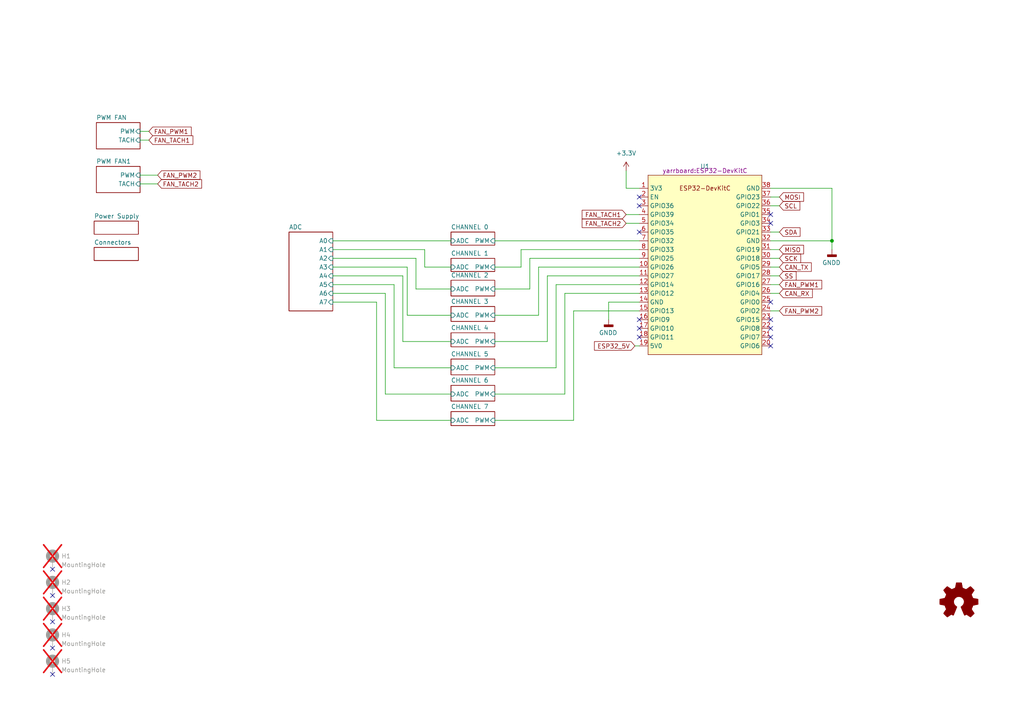
<source format=kicad_sch>
(kicad_sch (version 20230121) (generator eeschema)
  (paper "A4")
  (title_block (title "Yarrboard 8ch Mosfet Driver") (rev "B") (company "https://github.com/hoeken/yarrboard"))
  (lib_symbols
    (symbol "Graphic:Logo_Open_Hardware_Small" (in_bom no) (on_board no)
      (symbol "Logo_Open_Hardware_Small_0_1"
        (polyline (pts (xy 3.3528 -4.3434) (xy 3.302 -4.318) (xy 3.175 -4.2418) (xy 2.9972 -4.1148) (xy 2.7686 -3.9624) (xy 2.54 -3.81) (xy 2.3622 -3.7084) (xy 2.2352 -3.6068) (xy 2.1844 -3.5814) (xy 2.159 -3.6068) (xy 2.0574 -3.6576) (xy 1.905 -3.7338) (xy 1.8034 -3.7846) (xy 1.6764 -3.8354) (xy 1.6002 -3.8354) (xy 1.6002 -3.8354) (xy 1.5494 -3.7338) (xy 1.4732 -3.5306) (xy 1.3462 -3.302) (xy 1.2446 -3.0226) (xy 1.1176 -2.7178) (xy 0.9652 -2.413) (xy 0.8636 -2.1082) (xy 0.7366 -1.8288) (xy 0.6604 -1.6256) (xy 0.6096 -1.4732) (xy 0.5842 -1.397) (xy 0.5842 -1.397) (xy 0.6604 -1.3208) (xy 0.7874 -1.2446) (xy 1.0414 -1.016) (xy 1.2954 -0.6858) (xy 1.4478 -0.3302) (xy 1.524 0.0762) (xy 1.4732 0.4572) (xy 1.3208 0.8128) (xy 1.0668 1.143) (xy 0.762 1.3716) (xy 0.4064 1.524) (xy 0 1.5748) (xy -0.381 1.5494) (xy -0.7366 1.397) (xy -1.0668 1.143) (xy -1.2192 0.9906) (xy -1.397 0.6604) (xy -1.524 0.3048) (xy -1.524 0.2286) (xy -1.4986 -0.1778) (xy -1.397 -0.5334) (xy -1.1938 -0.8636) (xy -0.9144 -1.143) (xy -0.8636 -1.1684) (xy -0.7366 -1.27) (xy -0.635 -1.3462) (xy -0.5842 -1.397) (xy -1.0668 -2.5908) (xy -1.143 -2.794) (xy -1.2954 -3.1242) (xy -1.397 -3.4036) (xy -1.4986 -3.6322) (xy -1.5748 -3.7846) (xy -1.6002 -3.8354) (xy -1.6002 -3.8354) (xy -1.651 -3.8354) (xy -1.7272 -3.81) (xy -1.905 -3.7338) (xy -2.0066 -3.683) (xy -2.1336 -3.6068) (xy -2.2098 -3.5814) (xy -2.2606 -3.6068) (xy -2.3622 -3.683) (xy -2.54 -3.81) (xy -2.7686 -3.9624) (xy -2.9718 -4.0894) (xy -3.1496 -4.2164) (xy -3.302 -4.318) (xy -3.3528 -4.3434) (xy -3.3782 -4.3434) (xy -3.429 -4.318) (xy -3.5306 -4.2164) (xy -3.7084 -4.064) (xy -3.937 -3.8354) (xy -3.9624 -3.81) (xy -4.1656 -3.6068) (xy -4.318 -3.4544) (xy -4.4196 -3.3274) (xy -4.445 -3.2766) (xy -4.445 -3.2766) (xy -4.4196 -3.2258) (xy -4.318 -3.0734) (xy -4.2164 -2.8956) (xy -4.064 -2.667) (xy -3.6576 -2.0828) (xy -3.8862 -1.5494) (xy -3.937 -1.3716) (xy -4.0386 -1.1684) (xy -4.0894 -1.0414) (xy -4.1148 -0.9652) (xy -4.191 -0.9398) (xy -4.318 -0.9144) (xy -4.5466 -0.8636) (xy -4.8006 -0.8128) (xy -5.0546 -0.7874) (xy -5.2578 -0.7366) (xy -5.4356 -0.7112) (xy -5.5118 -0.6858) (xy -5.5118 -0.6858) (xy -5.5372 -0.635) (xy -5.5372 -0.5588) (xy -5.5372 -0.4318) (xy -5.5626 -0.2286) (xy -5.5626 0.0762) (xy -5.5626 0.127) (xy -5.5372 0.4064) (xy -5.5372 0.635) (xy -5.5372 0.762) (xy -5.5372 0.8382) (xy -5.5372 0.8382) (xy -5.461 0.8382) (xy -5.3086 0.889) (xy -5.08 0.9144) (xy -4.826 0.9652) (xy -4.8006 0.9906) (xy -4.5466 1.0414) (xy -4.318 1.0668) (xy -4.1656 1.1176) (xy -4.0894 1.143) (xy -4.0894 1.143) (xy -4.0386 1.2446) (xy -3.9624 1.4224) (xy -3.8608 1.6256) (xy -3.7846 1.8288) (xy -3.7084 2.0066) (xy -3.6576 2.159) (xy -3.6322 2.2098) (xy -3.6322 2.2098) (xy -3.683 2.286) (xy -3.7592 2.413) (xy -3.8862 2.5908) (xy -4.064 2.8194) (xy -4.064 2.8448) (xy -4.2164 3.0734) (xy -4.3434 3.2512) (xy -4.4196 3.3782) (xy -4.445 3.4544) (xy -4.445 3.4544) (xy -4.3942 3.5052) (xy -4.2926 3.6322) (xy -4.1148 3.81) (xy -3.937 4.0132) (xy -3.8608 4.064) (xy -3.6576 4.2926) (xy -3.5052 4.4196) (xy -3.4036 4.4958) (xy -3.3528 4.5212) (xy -3.3528 4.5212) (xy -3.302 4.4704) (xy -3.1496 4.3688) (xy -2.9718 4.2418) (xy -2.7432 4.0894) (xy -2.7178 4.0894) (xy -2.4892 3.937) (xy -2.3114 3.81) (xy -2.1844 3.7084) (xy -2.1336 3.683) (xy -2.1082 3.683) (xy -2.032 3.7084) (xy -1.8542 3.7592) (xy -1.6764 3.8354) (xy -1.4732 3.937) (xy -1.27 4.0132) (xy -1.143 4.064) (xy -1.0668 4.1148) (xy -1.0668 4.1148) (xy -1.0414 4.191) (xy -1.016 4.3434) (xy -0.9652 4.572) (xy -0.9144 4.8514) (xy -0.889 4.9022) (xy -0.8382 5.1562) (xy -0.8128 5.3848) (xy -0.7874 5.5372) (xy -0.762 5.588) (xy -0.7112 5.6134) (xy -0.5842 5.6134) (xy -0.4064 5.6134) (xy -0.1524 5.6134) (xy 0.0762 5.6134) (xy 0.3302 5.6134) (xy 0.5334 5.6134) (xy 0.6858 5.588) (xy 0.7366 5.588) (xy 0.7366 5.588) (xy 0.762 5.5118) (xy 0.8128 5.334) (xy 0.8382 5.1054) (xy 0.9144 4.826) (xy 0.9144 4.7752) (xy 0.9652 4.5212) (xy 1.016 4.2926) (xy 1.0414 4.1402) (xy 1.0668 4.0894) (xy 1.0668 4.0894) (xy 1.1938 4.0386) (xy 1.3716 3.9624) (xy 1.5748 3.8608) (xy 2.0828 3.6576) (xy 2.7178 4.0894) (xy 2.7686 4.1402) (xy 2.9972 4.2926) (xy 3.175 4.4196) (xy 3.302 4.4958) (xy 3.3782 4.5212) (xy 3.3782 4.5212) (xy 3.429 4.4704) (xy 3.556 4.3434) (xy 3.7338 4.191) (xy 3.9116 3.9878) (xy 4.064 3.8354) (xy 4.2418 3.6576) (xy 4.3434 3.556) (xy 4.4196 3.4798) (xy 4.4196 3.429) (xy 4.4196 3.4036) (xy 4.3942 3.3274) (xy 4.2926 3.2004) (xy 4.1656 2.9972) (xy 4.0132 2.794) (xy 3.8862 2.5908) (xy 3.7592 2.3876) (xy 3.6576 2.2352) (xy 3.6322 2.159) (xy 3.6322 2.1336) (xy 3.683 2.0066) (xy 3.7592 1.8288) (xy 3.8608 1.6002) (xy 4.064 1.1176) (xy 4.3942 1.0414) (xy 4.5974 1.016) (xy 4.8768 0.9652) (xy 5.1308 0.9144) (xy 5.5372 0.8382) (xy 5.5626 -0.6604) (xy 5.4864 -0.6858) (xy 5.4356 -0.6858) (xy 5.2832 -0.7366) (xy 5.0546 -0.762) (xy 4.8006 -0.8128) (xy 4.5974 -0.8636) (xy 4.3688 -0.9144) (xy 4.2164 -0.9398) (xy 4.1402 -0.9398) (xy 4.1148 -0.9652) (xy 4.064 -1.0668) (xy 3.9878 -1.2446) (xy 3.9116 -1.4478) (xy 3.81 -1.651) (xy 3.7338 -1.8542) (xy 3.683 -2.0066) (xy 3.6576 -2.0828) (xy 3.683 -2.1336) (xy 3.7846 -2.2606) (xy 3.8862 -2.4638) (xy 4.0386 -2.667) (xy 4.191 -2.8956) (xy 4.318 -3.0734) (xy 4.3942 -3.2004) (xy 4.445 -3.2766) (xy 4.4196 -3.3274) (xy 4.3434 -3.429) (xy 4.1656 -3.5814) (xy 3.937 -3.8354) (xy 3.8862 -3.8608) (xy 3.683 -4.064) (xy 3.5306 -4.2164) (xy 3.4036 -4.318) (xy 3.3528 -4.3434)) (fill (type outline)))
      )
    )
    (symbol "Mechanical:MountingHole_Pad" (pin_numbers hide) (pin_names (offset 1.016) hide)
      (property "Reference" "H" (at 0 6.35 0))
      (property "Value" "MountingHole_Pad" (at 0 4.445 0))
      (symbol "MountingHole_Pad_0_1"
        (circle (center 0 1.27) (radius 1.27) (stroke (width 1.27)))
      )
      (symbol "MountingHole_Pad_1_1"
        (pin input line (at 0 -2.54 90) (length 2.54) (name "1") (number "1"))
      )
    )
    (symbol "gnarboard:ESP32_DevKit_C"
      (property "Reference" "U" (at 0 29.21 0))
      (symbol "ESP32_DevKit_C_1_1"
        (rectangle (start -16.51 25.4) (end 16.51 -26.67) (fill (type background)))
        (text "ESP32-DevKitC" (at 0 21.59 0) (effects (font (size 1.27 1.27))))
        (pin power_out line (at -19.05 21.59 0) (length 2.54) (name "3V3") (number "1"))
        (pin bidirectional line (at -19.05 -1.27 0) (length 2.54) (name "GPIO26") (number "10"))
        (pin bidirectional line (at -19.05 -3.81 0) (length 2.54) (name "GPIO27") (number "11"))
        (pin bidirectional line (at -19.05 -6.35 0) (length 2.54) (name "GPIO14") (number "12"))
        (pin bidirectional line (at -19.05 -8.89 0) (length 2.54) (name "GPIO12") (number "13"))
        (pin power_in line (at -19.05 -11.43 0) (length 2.54) (name "GND") (number "14"))
        (pin bidirectional line (at -19.05 -13.97 0) (length 2.54) (name "GPIO13") (number "15"))
        (pin bidirectional line (at -19.05 -16.51 0) (length 2.54) (name "GPIO9") (number "16"))
        (pin bidirectional line (at -19.05 -19.05 0) (length 2.54) (name "GPIO10") (number "17"))
        (pin bidirectional line (at -19.05 -21.59 0) (length 2.54) (name "GPIO11") (number "18"))
        (pin power_in line (at -19.05 -24.13 0) (length 2.54) (name "5V0") (number "19"))
        (pin bidirectional line (at -19.05 19.05 0) (length 2.54) (name "EN") (number "2"))
        (pin bidirectional line (at 19.05 -24.13 180) (length 2.54) (name "GPIO6") (number "20"))
        (pin bidirectional line (at 19.05 -21.59 180) (length 2.54) (name "GPIO7") (number "21"))
        (pin bidirectional line (at 19.05 -19.05 180) (length 2.54) (name "GPIO8") (number "22"))
        (pin bidirectional line (at 19.05 -16.51 180) (length 2.54) (name "GPIO15") (number "23"))
        (pin bidirectional line (at 19.05 -13.97 180) (length 2.54) (name "GPIO2") (number "24"))
        (pin bidirectional line (at 19.05 -11.43 180) (length 2.54) (name "GPIO0") (number "25"))
        (pin bidirectional line (at 19.05 -8.89 180) (length 2.54) (name "GPIO4") (number "26"))
        (pin bidirectional line (at 19.05 -6.35 180) (length 2.54) (name "GPIO16") (number "27"))
        (pin bidirectional line (at 19.05 -3.81 180) (length 2.54) (name "GPIO17") (number "28"))
        (pin bidirectional line (at 19.05 -1.27 180) (length 2.54) (name "GPIO5") (number "29"))
        (pin bidirectional line (at -19.05 16.51 0) (length 2.54) (name "GPIO36") (number "3"))
        (pin bidirectional line (at 19.05 1.27 180) (length 2.54) (name "GPIO18") (number "30"))
        (pin bidirectional line (at 19.05 3.81 180) (length 2.54) (name "GPIO19") (number "31"))
        (pin power_in line (at 19.05 6.35 180) (length 2.54) (name "GND") (number "32"))
        (pin bidirectional line (at 19.05 8.89 180) (length 2.54) (name "GPIO21") (number "33"))
        (pin bidirectional line (at 19.05 11.43 180) (length 2.54) (name "GPIO3") (number "34"))
        (pin bidirectional line (at 19.05 13.97 180) (length 2.54) (name "GPIO1") (number "35"))
        (pin bidirectional line (at 19.05 16.51 180) (length 2.54) (name "GPIO22") (number "36"))
        (pin bidirectional line (at 19.05 19.05 180) (length 2.54) (name "GPIO23") (number "37"))
        (pin power_in line (at 19.05 21.59 180) (length 2.54) (name "GND") (number "38"))
        (pin bidirectional line (at -19.05 13.97 0) (length 2.54) (name "GPIO39") (number "4"))
        (pin bidirectional line (at -19.05 11.43 0) (length 2.54) (name "GPIO34") (number "5"))
        (pin bidirectional line (at -19.05 8.89 0) (length 2.54) (name "GPIO35") (number "6"))
        (pin bidirectional line (at -19.05 6.35 0) (length 2.54) (name "GPIO32") (number "7"))
        (pin bidirectional line (at -19.05 3.81 0) (length 2.54) (name "GPIO33") (number "8"))
        (pin bidirectional line (at -19.05 1.27 0) (length 2.54) (name "GPIO25") (number "9"))
      )
    )
    (symbol "power:+3.3V" (power) (pin_names (offset 0))
      (property "Value" "+3.3V" (at 0 3.556 0))
      (symbol "+3.3V_0_1"
        (polyline (pts (xy -0.762 1.27) (xy 0 2.54)))
        (polyline (pts (xy 0 0) (xy 0 2.54)))
        (polyline (pts (xy 0 2.54) (xy 0.762 1.27)))
      )
      (symbol "+3.3V_1_1"
        (pin power_in line (at 0 0 90) (length 0) hide (name "+3.3V") (number "1"))
      )
    )
    (symbol "power:GNDD" (power) (pin_names (offset 0))
      (property "Value" "GNDD" (at 0 -3.175 0))
      (symbol "GNDD_0_1"
        (rectangle (start -1.27 -1.524) (end 1.27 -2.032) (stroke (width 0.254)) (fill (type outline)))
        (polyline (pts (xy 0 0) (xy 0 -1.524)))
      )
      (symbol "GNDD_1_1"
        (pin power_in line (at 0 0 270) (length 0) hide (name "GNDD") (number "1"))
      )
    )
  )
  (junction (at 241.3 69.85))
  (no_connect (at 223.52 92.71))
  (no_connect (at 185.42 57.15))
  (no_connect (at 15.24 195.58))
  (no_connect (at 223.52 97.79))
  (no_connect (at 185.42 95.25))
  (no_connect (at 185.42 97.79))
  (no_connect (at 185.42 92.71))
  (no_connect (at 185.42 59.69))
  (no_connect (at 223.52 64.77))
  (no_connect (at 15.24 180.34))
  (no_connect (at 223.52 62.23))
  (no_connect (at 15.24 165.1))
  (no_connect (at 223.52 100.33))
  (no_connect (at 15.24 172.72))
  (no_connect (at 223.52 87.63))
  (no_connect (at 185.42 67.31))
  (no_connect (at 15.24 187.96))
  (no_connect (at 223.52 95.25))
  (wire (pts (xy 181.61 62.23) (xy 185.42 62.23)))
  (wire (pts (xy 40.64 40.64) (xy 43.18 40.64)))
  (wire (pts (xy 185.42 82.55) (xy 161.29 82.55)))
  (wire (pts (xy 223.52 85.09) (xy 226.06 85.09)))
  (wire (pts (xy 114.3 106.68) (xy 114.3 82.55)))
  (wire (pts (xy 166.37 90.17) (xy 185.42 90.17)))
  (wire (pts (xy 223.52 69.85) (xy 241.3 69.85)))
  (wire (pts (xy 118.11 77.47) (xy 96.52 77.47)))
  (wire (pts (xy 96.52 74.93) (xy 120.65 74.93)))
  (wire (pts (xy 158.75 99.06) (xy 143.51 99.06)))
  (wire (pts (xy 130.81 77.47) (xy 123.19 77.47)))
  (wire (pts (xy 40.64 50.8) (xy 45.72 50.8)))
  (wire (pts (xy 153.67 83.82) (xy 153.67 74.93)))
  (wire (pts (xy 130.81 91.44) (xy 118.11 91.44)))
  (wire (pts (xy 130.81 106.68) (xy 114.3 106.68)))
  (wire (pts (xy 96.52 85.09) (xy 111.76 85.09)))
  (wire (pts (xy 161.29 106.68) (xy 143.51 106.68)))
  (wire (pts (xy 223.52 74.93) (xy 226.06 74.93)))
  (wire (pts (xy 158.75 80.01) (xy 158.75 99.06)))
  (wire (pts (xy 114.3 82.55) (xy 96.52 82.55)))
  (wire (pts (xy 143.51 121.92) (xy 166.37 121.92)))
  (wire (pts (xy 151.13 77.47) (xy 151.13 72.39)))
  (wire (pts (xy 96.52 87.63) (xy 109.22 87.63)))
  (wire (pts (xy 123.19 72.39) (xy 96.52 72.39)))
  (wire (pts (xy 223.52 72.39) (xy 226.06 72.39)))
  (wire (pts (xy 181.61 54.61) (xy 185.42 54.61)))
  (wire (pts (xy 176.53 87.63) (xy 185.42 87.63)))
  (wire (pts (xy 156.21 91.44) (xy 156.21 77.47)))
  (wire (pts (xy 109.22 87.63) (xy 109.22 121.92)))
  (wire (pts (xy 223.52 57.15) (xy 226.06 57.15)))
  (wire (pts (xy 223.52 90.17) (xy 226.06 90.17)))
  (wire (pts (xy 151.13 72.39) (xy 185.42 72.39)))
  (wire (pts (xy 120.65 83.82) (xy 130.81 83.82)))
  (wire (pts (xy 109.22 121.92) (xy 130.81 121.92)))
  (wire (pts (xy 241.3 54.61) (xy 241.3 69.85)))
  (wire (pts (xy 163.83 114.3) (xy 143.51 114.3)))
  (wire (pts (xy 223.52 82.55) (xy 226.06 82.55)))
  (wire (pts (xy 116.84 80.01) (xy 116.84 99.06)))
  (wire (pts (xy 40.64 53.34) (xy 45.72 53.34)))
  (wire (pts (xy 166.37 90.17) (xy 166.37 121.92)))
  (wire (pts (xy 96.52 80.01) (xy 116.84 80.01)))
  (wire (pts (xy 185.42 85.09) (xy 163.83 85.09)))
  (wire (pts (xy 223.52 59.69) (xy 226.06 59.69)))
  (wire (pts (xy 241.3 54.61) (xy 223.52 54.61)))
  (wire (pts (xy 181.61 49.53) (xy 181.61 54.61)))
  (wire (pts (xy 184.15 100.33) (xy 185.42 100.33)))
  (wire (pts (xy 223.52 80.01) (xy 226.06 80.01)))
  (wire (pts (xy 153.67 74.93) (xy 185.42 74.93)))
  (wire (pts (xy 111.76 85.09) (xy 111.76 114.3)))
  (wire (pts (xy 223.52 67.31) (xy 226.06 67.31)))
  (wire (pts (xy 40.64 38.1) (xy 43.18 38.1)))
  (wire (pts (xy 223.52 77.47) (xy 226.06 77.47)))
  (wire (pts (xy 123.19 77.47) (xy 123.19 72.39)))
  (wire (pts (xy 241.3 72.39) (xy 241.3 69.85)))
  (wire (pts (xy 111.76 114.3) (xy 130.81 114.3)))
  (wire (pts (xy 156.21 91.44) (xy 143.51 91.44)))
  (wire (pts (xy 96.52 69.85) (xy 130.81 69.85)))
  (wire (pts (xy 181.61 64.77) (xy 185.42 64.77)))
  (wire (pts (xy 161.29 82.55) (xy 161.29 106.68)))
  (wire (pts (xy 116.84 99.06) (xy 130.81 99.06)))
  (wire (pts (xy 143.51 69.85) (xy 185.42 69.85)))
  (wire (pts (xy 143.51 77.47) (xy 151.13 77.47)))
  (wire (pts (xy 143.51 83.82) (xy 153.67 83.82)))
  (wire (pts (xy 185.42 77.47) (xy 156.21 77.47)))
  (wire (pts (xy 185.42 80.01) (xy 158.75 80.01)))
  (wire (pts (xy 118.11 77.47) (xy 118.11 91.44)))
  (wire (pts (xy 176.53 92.71) (xy 176.53 87.63)))
  (wire (pts (xy 163.83 85.09) (xy 163.83 114.3)))
  (wire (pts (xy 120.65 83.82) (xy 120.65 74.93)))
  (global_label "SCL" (shape input) (at 226.06 59.69 0) (property "Intersheetrefs" "${INTERSHEET_REFS}" (effects hide)))
  (global_label "SS" (shape input) (at 226.06 80.01 0) (property "Intersheetrefs" "${INTERSHEET_REFS}" (effects hide)))
  (global_label "FAN_TACH2" (shape input) (at 45.72 53.34 0) (property "Intersheetrefs" "${INTERSHEET_REFS}" (effects hide)))
  (global_label "CAN_TX" (shape input) (at 226.06 77.47 0) (property "Intersheetrefs" "${INTERSHEET_REFS}" (effects hide)))
  (global_label "SDA" (shape input) (at 226.06 67.31 0) (property "Intersheetrefs" "${INTERSHEET_REFS}" (effects hide)))
  (global_label "FAN_PWM1" (shape input) (at 226.06 82.55 0) (property "Intersheetrefs" "${INTERSHEET_REFS}" (effects hide)))
  (global_label "MOSI" (shape input) (at 226.06 57.15 0) (property "Intersheetrefs" "${INTERSHEET_REFS}" (effects hide)))
  (global_label "ESP32_5V" (shape input) (at 184.15 100.33 180) (property "Intersheetrefs" "${INTERSHEET_REFS}" (effects hide)))
  (global_label "FAN_PWM2" (shape input) (at 45.72 50.8 0) (property "Intersheetrefs" "${INTERSHEET_REFS}" (effects hide)))
  (global_label "FAN_TACH2" (shape input) (at 181.61 64.77 180) (property "Intersheetrefs" "${INTERSHEET_REFS}" (effects hide)))
  (global_label "MISO" (shape input) (at 226.06 72.39 0) (property "Intersheetrefs" "${INTERSHEET_REFS}" (effects hide)))
  (global_label "SCK" (shape input) (at 226.06 74.93 0) (property "Intersheetrefs" "${INTERSHEET_REFS}" (effects hide)))
  (global_label "FAN_PWM1" (shape input) (at 43.18 38.1 0) (property "Intersheetrefs" "${INTERSHEET_REFS}" (effects hide)))
  (global_label "CAN_RX" (shape input) (at 226.06 85.09 0) (property "Intersheetrefs" "${INTERSHEET_REFS}" (effects hide)))
  (global_label "FAN_TACH1" (shape input) (at 43.18 40.64 0) (property "Intersheetrefs" "${INTERSHEET_REFS}" (effects hide)))
  (global_label "FAN_PWM2" (shape input) (at 226.06 90.17 0) (property "Intersheetrefs" "${INTERSHEET_REFS}" (effects hide)))
  (global_label "FAN_TACH1" (shape input) (at 181.61 62.23 180) (property "Intersheetrefs" "${INTERSHEET_REFS}" (effects hide)))
  (symbol (lib_id "power:GNDD") (at 241.3 72.39 0) (unit 1)
    (property "Reference" "#PWR05" (effects hide))
    (property "Value" "GNDD" (at 243.84 76.2 0) (effects (justify right)))
  )
  (symbol (lib_id "Mechanical:MountingHole_Pad") (at 15.24 177.8 0) (unit 1) (in_bom no) (dnp yes)
    (property "Reference" "H3" (at 17.78 176.53 0) (effects (justify left)))
    (property "Value" "MountingHole" (at 17.78 179.07 0) (effects (justify left)))
    (property "Footprint" "MountingHole:MountingHole_3.2mm_M3_DIN965_Pad" (effects hide))
  )
  (symbol (lib_id "power:+3.3V") (at 181.61 49.53 0) (unit 1)
    (property "Reference" "#PWR02" (effects hide))
    (property "Value" "+3.3V" (at 181.61 44.45 0))
  )
  (symbol (lib_id "Mechanical:MountingHole_Pad") (at 15.24 193.04 0) (unit 1) (in_bom no) (dnp yes)
    (property "Reference" "H5" (at 17.78 191.77 0) (effects (justify left)))
    (property "Value" "MountingHole" (at 17.78 194.31 0) (effects (justify left)))
    (property "Footprint" "MountingHole:MountingHole_3.2mm_M3_DIN965_Pad" (effects hide))
  )
  (symbol (lib_id "Mechanical:MountingHole_Pad") (at 15.24 170.18 0) (unit 1) (in_bom no) (dnp yes)
    (property "Reference" "H2" (at 17.78 168.91 0) (effects (justify left)))
    (property "Value" "MountingHole" (at 17.78 171.45 0) (effects (justify left)))
    (property "Footprint" "MountingHole:MountingHole_3.2mm_M3_DIN965_Pad" (effects hide))
  )
  (symbol (lib_id "gnarboard:ESP32_DevKit_C") (at 204.47 76.2 0) (unit 1)
    (property "Reference" "U1" (at 204.47 48.26 0))
    (property "Value" "ESP32-DEVKITC" (effects hide))
    (property "Footprint" "yarrboard:ESP32-DevKitC" (at 204.47 49.53 0))
    (property "Mouser" "356-ESP32-DEVKITC32E " (effects hide))
  )
  (symbol (lib_id "Mechanical:MountingHole_Pad") (at 15.24 162.56 0) (unit 1) (in_bom no) (dnp yes)
    (property "Reference" "H1" (at 17.78 161.29 0) (effects (justify left)))
    (property "Value" "MountingHole" (at 17.78 163.83 0) (effects (justify left)))
    (property "Footprint" "MountingHole:MountingHole_3.2mm_M3_DIN965_Pad" (effects hide))
  )
  (symbol (lib_id "Mechanical:MountingHole_Pad") (at 15.24 185.42 0) (unit 1) (in_bom no) (dnp yes)
    (property "Reference" "H4" (at 17.78 184.15 0) (effects (justify left)))
    (property "Value" "MountingHole" (at 17.78 186.69 0) (effects (justify left)))
    (property "Footprint" "MountingHole:MountingHole_3.2mm_M3_DIN965_Pad" (effects hide))
  )
  (symbol (lib_id "power:GNDD") (at 176.53 92.71 0) (unit 1)
    (property "Reference" "#PWR04" (effects hide))
    (property "Value" "GNDD" (at 179.07 96.52 0) (effects (justify right)))
  )
  (symbol (lib_id "Graphic:Logo_Open_Hardware_Small") (at 278.13 174.625 0) (unit 1) (in_bom no) (on_board no)
    (property "Reference" "#SYM1" (effects hide))
    (property "Value" "Logo_Open_Hardware_Small" (effects hide))
    (property "Footprint" "Symbol:OSHW-Logo2_14.6x12mm_SilkScreen" (effects hide))
    (property "Sim.Enable" "0" (effects hide))
  )
  (sheet (at 27.305 71.755) (size 12.827 3.81) (stroke (width 0.1524))
    (property "Sheetname" "Connectors" (at 27.305 71.0434 0) (effects (justify left bottom)))
    (property "Sheetfile" "connectors.kicad_sch" (effects hide))
  )
  (sheet (at 27.94 48.26) (size 12.7 7.62) (stroke (width 0.1524))
    (property "Sheetname" "PWM FAN1" (at 27.94 47.5484 0) (effects (justify left bottom)))
    (property "Sheetfile" "pwm fan.kicad_sch" (effects hide))
    (pin "PWM" input (at 40.64 50.8 0))
    (pin "TACH" input (at 40.64 53.34 0))
  )
  (sheet (at 130.81 67.31) (size 12.7 3.81) (stroke (width 0.1524))
    (property "Sheetname" "CHANNEL 0" (at 130.81 66.5984 0) (effects (justify left bottom)))
    (property "Sheetfile" "mosfet.kicad_sch" (effects hide))
    (pin "PWM" input (at 143.51 69.85 0))
    (pin "ADC" input (at 130.81 69.85 180))
  )
  (sheet (at 130.81 81.28) (size 12.7 4.572) (stroke (width 0.1524))
    (property "Sheetname" "CHANNEL 2" (at 130.81 80.5684 0) (effects (justify left bottom)))
    (property "Sheetfile" "mosfet.kicad_sch" (effects hide))
    (pin "PWM" input (at 143.51 83.82 0))
    (pin "ADC" input (at 130.81 83.82 180))
  )
  (sheet (at 130.81 104.14) (size 12.7 4.572) (stroke (width 0.1524))
    (property "Sheetname" "CHANNEL 5" (at 130.81 103.4284 0) (effects (justify left bottom)))
    (property "Sheetfile" "mosfet.kicad_sch" (effects hide))
    (pin "PWM" input (at 143.51 106.68 0))
    (pin "ADC" input (at 130.81 106.68 180))
  )
  (sheet (at 130.81 111.76) (size 12.7 4.572) (stroke (width 0.1524))
    (property "Sheetname" "CHANNEL 6" (at 130.81 111.0484 0) (effects (justify left bottom)))
    (property "Sheetfile" "mosfet.kicad_sch" (effects hide))
    (pin "PWM" input (at 143.51 114.3 0))
    (pin "ADC" input (at 130.81 114.3 180))
  )
  (sheet (at 130.81 88.9) (size 12.7 4.318) (stroke (width 0.1524))
    (property "Sheetname" "CHANNEL 3" (at 130.81 88.1884 0) (effects (justify left bottom)))
    (property "Sheetfile" "mosfet.kicad_sch" (effects hide))
    (pin "PWM" input (at 143.51 91.44 0))
    (pin "ADC" input (at 130.81 91.44 180))
  )
  (sheet (at 130.81 96.52) (size 12.7 4.064) (stroke (width 0.1524))
    (property "Sheetname" "CHANNEL 4" (at 130.81 95.8084 0) (effects (justify left bottom)))
    (property "Sheetfile" "mosfet.kicad_sch" (effects hide))
    (pin "PWM" input (at 143.51 99.06 0))
    (pin "ADC" input (at 130.81 99.06 180))
  )
  (sheet (at 130.81 119.38) (size 12.7 4.064) (stroke (width 0.1524))
    (property "Sheetname" "CHANNEL 7" (at 130.81 118.6684 0) (effects (justify left bottom)))
    (property "Sheetfile" "mosfet.kicad_sch" (effects hide))
    (pin "PWM" input (at 143.51 121.92 0))
    (pin "ADC" input (at 130.81 121.92 180))
  )
  (sheet (at 27.94 35.56) (size 12.7 7.62) (stroke (width 0.1524))
    (property "Sheetname" "PWM FAN" (at 27.94 34.8484 0) (effects (justify left bottom)))
    (property "Sheetfile" "pwm fan.kicad_sch" (effects hide))
    (pin "PWM" input (at 40.64 38.1 0))
    (pin "TACH" input (at 40.64 40.64 0))
  )
  (sheet (at 83.82 67.31) (size 12.7 22.86) (stroke (width 0.1524))
    (property "Sheetname" "ADC" (at 83.82 66.5984 0) (effects (justify left bottom)))
    (property "Sheetfile" "adc.kicad_sch" (effects hide))
    (pin "A6" input (at 96.52 85.09 0))
    (pin "A5" input (at 96.52 82.55 0))
    (pin "A7" input (at 96.52 87.63 0))
    (pin "A2" input (at 96.52 74.93 0))
    (pin "A3" input (at 96.52 77.47 0))
    (pin "A0" input (at 96.52 69.85 0))
    (pin "A4" input (at 96.52 80.01 0))
    (pin "A1" input (at 96.52 72.39 0))
  )
  (sheet (at 130.81 74.93) (size 12.7 3.81) (stroke (width 0.1524))
    (property "Sheetname" "CHANNEL 1" (at 130.81 74.2184 0) (effects (justify left bottom)))
    (property "Sheetfile" "mosfet.kicad_sch" (effects hide))
    (pin "PWM" input (at 143.51 77.47 0))
    (pin "ADC" input (at 130.81 77.47 180))
  )
  (sheet (at 27.305 64.135) (size 12.827 3.81) (stroke (width 0.1524))
    (property "Sheetname" "Power Supply" (at 27.305 63.4234 0) (effects (justify left bottom)))
    (property "Sheetfile" "power.kicad_sch" (effects hide))
  )
)
</source>
